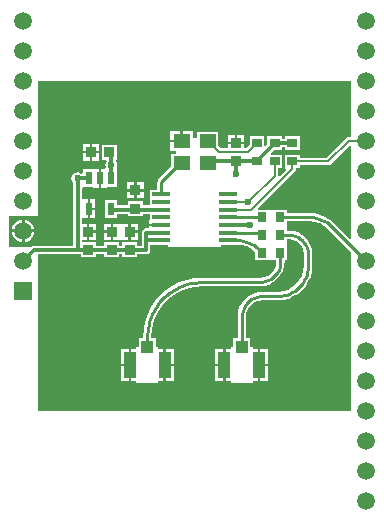
<source format=gtl>
G04*
G04 #@! TF.GenerationSoftware,Altium Limited,Altium Designer,20.1.8 (145)*
G04*
G04 Layer_Physical_Order=1*
G04 Layer_Color=255*
%FSLAX25Y25*%
%MOIN*%
G70*
G04*
G04 #@! TF.SameCoordinates,29470F38-3E2D-471E-A5C6-AA6385924B80*
G04*
G04*
G04 #@! TF.FilePolarity,Positive*
G04*
G01*
G75*
%ADD11C,0.00800*%
%ADD14R,0.03000X0.03200*%
%ADD15R,0.03200X0.03000*%
%ADD16R,0.03500X0.03400*%
%ADD17R,0.02362X0.04331*%
%ADD18R,0.03400X0.03500*%
%ADD19R,0.05512X0.04724*%
%ADD21R,0.04134X0.08661*%
%ADD22R,0.03937X0.04134*%
%ADD34C,0.01155*%
%ADD35R,0.06299X0.01378*%
%ADD36C,0.01200*%
%ADD37C,0.05906*%
%ADD38R,0.05906X0.05906*%
%ADD39C,0.02362*%
G36*
X115200Y127129D02*
X114506D01*
X114037Y127036D01*
X113640Y126771D01*
X107090Y120221D01*
X97994D01*
Y121297D01*
X93194D01*
Y116697D01*
X93314D01*
X93505Y116235D01*
X91385Y114116D01*
X91033Y114251D01*
X90912Y114349D01*
Y116697D01*
X92088D01*
Y121297D01*
X88637D01*
X88442Y121758D01*
X89448Y122797D01*
X92088D01*
Y123670D01*
X93194D01*
Y122797D01*
X97994D01*
Y127397D01*
X93194D01*
Y126525D01*
X92088D01*
Y127397D01*
X87288D01*
Y124670D01*
X86646Y124007D01*
X86183Y124195D01*
Y127397D01*
X81383D01*
Y124528D01*
X80276Y123421D01*
X79522D01*
Y124697D01*
X76772D01*
X74022D01*
Y123421D01*
X71813D01*
X70879Y124355D01*
Y128950D01*
X63767D01*
Y126969D01*
X62417D01*
Y129150D01*
X59061D01*
Y125787D01*
X58661D01*
Y125387D01*
X54905D01*
Y122425D01*
X56693D01*
Y121469D01*
X55106D01*
Y117131D01*
X50975Y113001D01*
X50671Y112545D01*
X50564Y112008D01*
Y109560D01*
X48019D01*
Y106582D01*
Y104380D01*
X45857D01*
Y105749D01*
X40757D01*
Y104380D01*
X37217D01*
Y106115D01*
X33255D01*
Y100184D01*
X37217D01*
Y101525D01*
X40757D01*
Y100749D01*
X45857D01*
Y101525D01*
X48019D01*
Y99524D01*
X47819D01*
Y98235D01*
X51968D01*
Y97435D01*
X47819D01*
Y96703D01*
X46800D01*
X46254Y96594D01*
X45791Y96285D01*
X45481Y95822D01*
X45373Y95276D01*
Y90897D01*
X43889D01*
Y91970D01*
X38789D01*
Y90897D01*
X37983D01*
Y91970D01*
X32883D01*
Y90897D01*
X30109D01*
Y91970D01*
X25427D01*
Y92870D01*
X27159D01*
Y95570D01*
Y98270D01*
X25427D01*
Y99545D01*
X25575Y99984D01*
X25927Y99984D01*
X27356D01*
Y103150D01*
Y106315D01*
X25575Y106315D01*
X25427Y106754D01*
Y110064D01*
X25775Y110421D01*
X29315D01*
Y110221D01*
X31096D01*
Y113386D01*
Y116551D01*
X29315D01*
Y116351D01*
X25775D01*
Y115152D01*
X25753Y115132D01*
X25275Y114931D01*
X24773Y115266D01*
X24000Y115420D01*
X23227Y115266D01*
X22572Y114828D01*
X22134Y114173D01*
X21980Y113400D01*
X22134Y112627D01*
X22572Y111972D01*
X22573Y111971D01*
Y90897D01*
X9470D01*
X9470Y90897D01*
X8923Y90789D01*
X8641Y90600D01*
X1200D01*
Y100800D01*
X10800Y100800D01*
X10800Y145905D01*
X115200Y145905D01*
Y127129D01*
D02*
G37*
G36*
Y124163D02*
Y93424D01*
X114738Y93232D01*
X109513Y98458D01*
X109518Y98464D01*
X108157Y99627D01*
X106630Y100563D01*
X104975Y101248D01*
X103234Y101666D01*
X101448Y101806D01*
Y101798D01*
X93933D01*
Y102794D01*
X84177D01*
X83986Y103256D01*
X96459Y115729D01*
X96724Y116126D01*
X96817Y116594D01*
Y116697D01*
X97994D01*
Y117774D01*
X107597D01*
X108065Y117867D01*
X108462Y118132D01*
X114700Y124370D01*
X115200Y124163D01*
D02*
G37*
G36*
X103129Y98842D02*
X104745Y98352D01*
X106234Y97556D01*
X107491Y96524D01*
X107526Y96472D01*
X115200Y88798D01*
Y35906D01*
X10800D01*
Y88042D01*
X25009D01*
Y86970D01*
X30109D01*
Y88042D01*
X32883D01*
Y86970D01*
X37983D01*
Y88042D01*
X38789D01*
Y86970D01*
X43889D01*
Y88042D01*
X46800D01*
X47346Y88151D01*
X47809Y88460D01*
X48119Y88923D01*
X48227Y89470D01*
Y91228D01*
X54142D01*
Y90344D01*
X71842D01*
Y91228D01*
X77965D01*
Y91228D01*
X77998Y91258D01*
X78937Y91165D01*
X80553Y90675D01*
X82042Y89879D01*
X83233Y88902D01*
Y86183D01*
X90228D01*
Y85727D01*
X90243Y85652D01*
X90062Y84276D01*
X89502Y82923D01*
X88611Y81762D01*
X87449Y80871D01*
X86097Y80311D01*
X84721Y80130D01*
X84646Y80145D01*
X65456D01*
Y80160D01*
X62894Y79992D01*
X60375Y79491D01*
X57944Y78665D01*
X55640Y77530D01*
X53505Y76103D01*
X51575Y74410D01*
X49881Y72479D01*
X48455Y70344D01*
X47319Y68041D01*
X46494Y65609D01*
X45992Y63090D01*
X45825Y60528D01*
X45825D01*
X45767Y60052D01*
X44476D01*
Y57087D01*
X43504D01*
Y56512D01*
X41837D01*
Y51181D01*
Y45850D01*
X43504D01*
Y45276D01*
X50984D01*
Y45850D01*
X52651D01*
Y51181D01*
Y56512D01*
X50984D01*
Y57087D01*
X50013D01*
Y60052D01*
X48649D01*
Y60528D01*
X48639Y60577D01*
X48779Y62723D01*
X49209Y64881D01*
X49916Y66965D01*
X50889Y68938D01*
X52112Y70768D01*
X53562Y72422D01*
X55216Y73873D01*
X57046Y75095D01*
X59019Y76068D01*
X61103Y76775D01*
X63261Y77205D01*
X65407Y77346D01*
X65456Y77336D01*
X84646D01*
Y77322D01*
X86285Y77484D01*
X87862Y77962D01*
X89315Y78739D01*
X90589Y79784D01*
X91634Y81058D01*
X92411Y82511D01*
X92889Y84087D01*
X93051Y85727D01*
X93051D01*
X93158Y86183D01*
X93933D01*
Y93084D01*
X94512D01*
X94569Y93095D01*
X95781Y92936D01*
X96963Y92446D01*
X97979Y91667D01*
X98758Y90651D01*
X99247Y89469D01*
X99407Y88257D01*
X99396Y88200D01*
Y84152D01*
X99408Y84090D01*
X99248Y82472D01*
X98758Y80856D01*
X97962Y79367D01*
X96891Y78061D01*
X95586Y76990D01*
X94096Y76194D01*
X92480Y75704D01*
X90862Y75545D01*
X90800Y75557D01*
X86232D01*
X85737Y75570D01*
X85733Y75570D01*
X85256Y75524D01*
X84092Y75409D01*
X82514Y74930D01*
X81060Y74153D01*
X79786Y73107D01*
X78740Y71832D01*
X77962Y70378D01*
X77484Y68800D01*
X77322Y67159D01*
X77336Y67157D01*
X77336Y67151D01*
Y63206D01*
X77336Y63205D01*
X77336Y63203D01*
X77336Y63199D01*
Y60052D01*
X75972D01*
Y57087D01*
X75000D01*
Y56512D01*
X73333D01*
Y51181D01*
Y45850D01*
X75000D01*
Y45276D01*
X82480D01*
Y45850D01*
X84147D01*
Y51181D01*
Y56512D01*
X82480D01*
Y57087D01*
X81509D01*
Y60052D01*
X80145D01*
Y63201D01*
X80144Y63203D01*
X80145Y63204D01*
X80145Y63209D01*
Y67153D01*
X80144Y67154D01*
X80145Y67155D01*
X80145Y67162D01*
X80130Y67236D01*
X80311Y68612D01*
X80872Y69966D01*
X81764Y71129D01*
X82926Y72021D01*
X84280Y72582D01*
X85659Y72763D01*
X85737Y72748D01*
X90800D01*
Y72740D01*
X92585Y72880D01*
X94327Y73298D01*
X95981Y73984D01*
X97508Y74919D01*
X98870Y76082D01*
X100033Y77444D01*
X100969Y78971D01*
X101654Y80626D01*
X102072Y82367D01*
X102213Y84152D01*
X102205D01*
Y88200D01*
X102215D01*
X102067Y89703D01*
X101628Y91148D01*
X100916Y92479D01*
X99958Y93647D01*
X98791Y94605D01*
X97460Y95316D01*
X96014Y95755D01*
X94512Y95903D01*
Y95893D01*
X93933D01*
Y98989D01*
X101448D01*
X101511Y99002D01*
X103129Y98842D01*
D02*
G37*
%LPC*%
G36*
X58261Y129150D02*
X54905D01*
Y126187D01*
X58261D01*
Y129150D01*
D02*
G37*
G36*
X79522Y127797D02*
X77172D01*
Y125497D01*
X79522D01*
Y127797D01*
D02*
G37*
G36*
X76372D02*
X74022D01*
Y125497D01*
X76372D01*
Y127797D01*
D02*
G37*
G36*
X31146Y124797D02*
X28846D01*
Y122447D01*
X31146D01*
Y124797D01*
D02*
G37*
G36*
X28046D02*
X25746D01*
Y122447D01*
X28046D01*
Y124797D01*
D02*
G37*
G36*
X31146Y121647D02*
X28846D01*
Y119297D01*
X31146D01*
Y121647D01*
D02*
G37*
G36*
X28046D02*
X25746D01*
Y119297D01*
X28046D01*
Y121647D01*
D02*
G37*
G36*
X37046Y124597D02*
X32046D01*
Y119497D01*
X33488D01*
X33517Y119465D01*
X33709Y118997D01*
X33370Y118490D01*
X33216Y117717D01*
X33349Y117051D01*
X33077Y116551D01*
X31896D01*
Y113386D01*
Y110221D01*
X33677D01*
Y110421D01*
X37217D01*
Y116351D01*
X37217D01*
X36990Y116776D01*
X37102Y116944D01*
X37256Y117717D01*
X37102Y118490D01*
X36763Y118997D01*
X36955Y119465D01*
X36985Y119497D01*
X37046D01*
Y124597D01*
D02*
G37*
G36*
X46057Y112049D02*
X43707D01*
Y109749D01*
X46057D01*
Y112049D01*
D02*
G37*
G36*
X42907D02*
X40557D01*
Y109749D01*
X42907D01*
Y112049D01*
D02*
G37*
G36*
X46057Y108949D02*
X43707D01*
Y106649D01*
X46057D01*
Y108949D01*
D02*
G37*
G36*
X42907D02*
X40557D01*
Y106649D01*
X42907D01*
Y108949D01*
D02*
G37*
G36*
X28156Y106315D02*
Y103550D01*
X29937D01*
Y106315D01*
X28156D01*
D02*
G37*
G36*
X29937Y102750D02*
X28156D01*
Y99984D01*
X29937D01*
Y102750D01*
D02*
G37*
G36*
X6406Y99625D02*
Y96406D01*
X9625D01*
X9562Y96885D01*
X9183Y97798D01*
X8582Y98582D01*
X7798Y99183D01*
X6885Y99562D01*
X6406Y99625D01*
D02*
G37*
G36*
X5406D02*
X4926Y99562D01*
X4013Y99183D01*
X3229Y98582D01*
X2627Y97798D01*
X2249Y96885D01*
X2186Y96406D01*
X5406D01*
Y99625D01*
D02*
G37*
G36*
X35033Y98270D02*
X32683D01*
Y95970D01*
X35033D01*
Y98270D01*
D02*
G37*
G36*
X41739D02*
Y95970D01*
X44089D01*
Y98270D01*
X41739D01*
D02*
G37*
G36*
X30309D02*
X27959D01*
Y95970D01*
X30309D01*
Y98270D01*
D02*
G37*
G36*
X44089Y95170D02*
X41739D01*
Y92870D01*
X44089D01*
Y95170D01*
D02*
G37*
G36*
X30309D02*
X27959D01*
Y92870D01*
X30309D01*
Y95170D01*
D02*
G37*
G36*
X35033Y95170D02*
X32683D01*
Y92870D01*
X35033D01*
Y95170D01*
D02*
G37*
G36*
X38589Y98270D02*
X38183D01*
X38089Y98270D01*
X35833D01*
Y95570D01*
Y92870D01*
X38089D01*
X38183Y92870D01*
X38589D01*
X38683Y92870D01*
X40939D01*
Y95570D01*
Y98270D01*
X38683D01*
X38589Y98270D01*
D02*
G37*
G36*
X5406Y95406D02*
X2186D01*
X2249Y94926D01*
X2627Y94013D01*
X3229Y93229D01*
X4013Y92628D01*
X4926Y92249D01*
X5406Y92186D01*
Y95406D01*
D02*
G37*
G36*
X9625D02*
X6406D01*
Y92186D01*
X6885Y92249D01*
X7798Y92628D01*
X8582Y93229D01*
X9183Y94013D01*
X9562Y94926D01*
X9625Y95406D01*
D02*
G37*
G36*
X56118Y56512D02*
X53451D01*
Y51581D01*
X56118D01*
Y56512D01*
D02*
G37*
G36*
X87614D02*
X84947D01*
Y51581D01*
X87614D01*
Y56512D01*
D02*
G37*
G36*
X41037D02*
X38370D01*
Y51581D01*
X41037D01*
Y56512D01*
D02*
G37*
G36*
X72533D02*
X69866D01*
Y51581D01*
X72533D01*
Y56512D01*
D02*
G37*
G36*
X87614Y50781D02*
X84947D01*
Y45850D01*
X87614D01*
Y50781D01*
D02*
G37*
G36*
X72533D02*
X69866D01*
Y45850D01*
X72533D01*
Y50781D01*
D02*
G37*
G36*
X56118D02*
X53451D01*
Y45850D01*
X56118D01*
Y50781D01*
D02*
G37*
G36*
X41037D02*
X38370D01*
Y45850D01*
X41037D01*
Y50781D01*
D02*
G37*
%LPD*%
D11*
X83683Y125097D02*
X83783D01*
X80783Y122197D02*
X83683Y125097D01*
X71307Y122197D02*
X80783D01*
X95594Y118997D02*
X107597D01*
X114506Y125906D01*
X89688Y114297D02*
Y118997D01*
X80903Y105512D02*
X89688Y114297D01*
X95594Y116594D02*
Y118997D01*
X81953Y102953D02*
X95594Y116594D01*
X74016Y102953D02*
X81953D01*
X74016Y105512D02*
X80903D01*
X114506Y125906D02*
X120079D01*
X67716Y125787D02*
X71307Y122197D01*
X67323Y125787D02*
X67716D01*
D14*
X85533Y100394D02*
D03*
X91633D02*
D03*
Y94488D02*
D03*
X85533D02*
D03*
Y88583D02*
D03*
X91633D02*
D03*
D15*
X83783Y118997D02*
D03*
Y125097D02*
D03*
X89688D02*
D03*
Y118997D02*
D03*
X95594Y125097D02*
D03*
Y118997D02*
D03*
D16*
X43307Y109349D02*
D03*
Y103249D02*
D03*
X41339Y95570D02*
D03*
Y89470D02*
D03*
X35433Y95570D02*
D03*
Y89470D02*
D03*
X27559Y95570D02*
D03*
Y89470D02*
D03*
X76772Y125097D02*
D03*
Y118997D02*
D03*
D17*
X35236Y103150D02*
D03*
X27756D02*
D03*
Y113386D02*
D03*
X31496D02*
D03*
X35236D02*
D03*
D18*
X28446Y122047D02*
D03*
X34546D02*
D03*
D19*
X67323Y125787D02*
D03*
X58661D02*
D03*
X67323Y118307D02*
D03*
X58661D02*
D03*
D21*
X84547Y51181D02*
D03*
X72933D02*
D03*
X53051D02*
D03*
X41437D02*
D03*
D22*
X78740Y57185D02*
D03*
X47244D02*
D03*
D34*
X100800Y88200D02*
X100723Y89184D01*
X100492Y90143D01*
X100115Y91055D01*
X99599Y91896D01*
X98958Y92646D01*
X98208Y93287D01*
X97367Y93803D01*
X96455Y94180D01*
X95495Y94411D01*
X94512Y94488D01*
X85737Y74152D02*
X84741Y74082D01*
X83766Y73870D01*
X82830Y73522D01*
X81954Y73044D01*
X81155Y72446D01*
X80449Y71740D01*
X79851Y70941D01*
X79373Y70065D01*
X79024Y69130D01*
X78811Y68155D01*
X78740Y67159D01*
X90800Y74152D02*
X91780Y74201D01*
X92751Y74345D01*
X93703Y74583D01*
X94627Y74914D01*
X95514Y75333D01*
X96356Y75838D01*
X97144Y76422D01*
X97871Y77081D01*
X98530Y77808D01*
X99115Y78597D01*
X99619Y79438D01*
X100039Y80326D01*
X100369Y81250D01*
X100608Y82201D01*
X100752Y83172D01*
X100800Y84152D01*
X84646Y78740D02*
X85640Y78811D01*
X86614Y79023D01*
X87548Y79372D01*
X88423Y79849D01*
X89221Y80447D01*
X89926Y81152D01*
X90523Y81950D01*
X91001Y82825D01*
X91350Y83759D01*
X91562Y84733D01*
X91633Y85727D01*
X84328Y89788D02*
X83601Y90447D01*
X82812Y91031D01*
X81971Y91536D01*
X81084Y91955D01*
X80159Y92286D01*
X79208Y92524D01*
X78237Y92668D01*
X77257Y92716D01*
X65456Y78740D02*
X64470Y78714D01*
X63487Y78633D01*
X62510Y78500D01*
X61541Y78314D01*
X60584Y78076D01*
X59641Y77787D01*
X58715Y77447D01*
X57809Y77057D01*
X56925Y76619D01*
X56067Y76133D01*
X55236Y75602D01*
X54435Y75027D01*
X53666Y74409D01*
X52932Y73750D01*
X52234Y73053D01*
X51576Y72318D01*
X50958Y71549D01*
X50382Y70748D01*
X49851Y69917D01*
X49366Y69059D01*
X48927Y68175D01*
X48538Y67269D01*
X48197Y66343D01*
X47908Y65400D01*
X47670Y64443D01*
X47484Y63474D01*
X47351Y62497D01*
X47271Y61514D01*
X47244Y60528D01*
X108519Y97465D02*
X107792Y98124D01*
X107004Y98708D01*
X106162Y99213D01*
X105275Y99633D01*
X104351Y99963D01*
X103399Y100201D01*
X102429Y100346D01*
X101448Y100394D01*
X58268Y118307D02*
X58661D01*
X51968Y108071D02*
Y112008D01*
X58268Y118307D01*
X100800Y84152D02*
Y88200D01*
X85737Y74152D02*
X90800D01*
X91633Y85727D02*
Y88583D01*
Y94488D02*
X94512D01*
X78740Y63206D02*
Y67153D01*
X78740Y67159D02*
X78740Y67153D01*
X78740Y57185D02*
Y63201D01*
X78740Y63206D02*
X78740Y63201D01*
X84328Y89788D02*
X85533Y88583D01*
X74016Y92716D02*
X77257D01*
X74016Y95276D02*
X74127Y95164D01*
X84857D01*
X85533Y94488D01*
X47244Y57185D02*
Y60528D01*
X65456Y78740D02*
X84646D01*
X108519Y97465D02*
X120079Y85905D01*
X91633Y100394D02*
X101448D01*
X74016D02*
X85533D01*
D35*
X51968Y108071D02*
D03*
Y105512D02*
D03*
Y102953D02*
D03*
Y100394D02*
D03*
Y97835D02*
D03*
Y95276D02*
D03*
Y92716D02*
D03*
X74016Y92716D02*
D03*
Y95276D02*
D03*
Y97835D02*
D03*
Y100394D02*
D03*
Y102953D02*
D03*
Y105512D02*
D03*
Y108071D02*
D03*
D36*
Y97835D02*
X81600D01*
Y97800D02*
Y97835D01*
X83783Y118997D02*
X89688Y125097D01*
X95594D01*
X76772Y118997D02*
X83783D01*
X9470Y89470D02*
X24000D01*
X27559D01*
X24000D02*
Y113400D01*
X35236Y117717D02*
Y122047D01*
X27742Y113400D02*
X27756Y113386D01*
X24000Y113400D02*
X27742D01*
X35236Y113386D02*
Y117717D01*
X76772Y114945D02*
Y118997D01*
X68013D02*
X76772D01*
X5906Y85905D02*
X9470Y89470D01*
X41339D02*
X46800D01*
Y92716D02*
Y95276D01*
Y89470D02*
Y92716D01*
X51968D01*
X46800Y95276D02*
X51968D01*
X34546Y122047D02*
X35236D01*
X35433Y89470D02*
X41339D01*
X27559D02*
X35433D01*
X35433Y102953D02*
X51968D01*
X35236Y103150D02*
X35433Y102953D01*
D37*
X5906Y95906D02*
D03*
Y165905D02*
D03*
Y155905D02*
D03*
Y145905D02*
D03*
Y135906D02*
D03*
Y125906D02*
D03*
Y115905D02*
D03*
Y105905D02*
D03*
Y85905D02*
D03*
X120079Y165905D02*
D03*
Y5906D02*
D03*
Y15905D02*
D03*
Y25905D02*
D03*
Y35906D02*
D03*
Y45906D02*
D03*
Y55905D02*
D03*
Y65905D02*
D03*
Y75906D02*
D03*
Y85905D02*
D03*
Y95906D02*
D03*
Y105905D02*
D03*
Y115905D02*
D03*
Y125906D02*
D03*
Y135906D02*
D03*
Y145905D02*
D03*
Y155905D02*
D03*
D38*
X5906Y75906D02*
D03*
D39*
X81600Y97800D02*
D03*
X99600Y60052D02*
D03*
X36600Y78600D02*
D03*
X33216Y108071D02*
D03*
X31496Y95570D02*
D03*
X24000Y122047D02*
D03*
Y113400D02*
D03*
X35236Y117717D02*
D03*
X40200Y114000D02*
D03*
X76772Y114945D02*
D03*
X80903Y105512D02*
D03*
X92400Y78000D02*
D03*
X96600Y88200D02*
D03*
Y71400D02*
D03*
X106200Y102600D02*
D03*
X47400Y111000D02*
D03*
X58200Y81000D02*
D03*
X16800Y96000D02*
D03*
X84000Y42600D02*
D03*
X73200D02*
D03*
X53400D02*
D03*
X41400D02*
D03*
X67200Y49800D02*
D03*
X58800Y52800D02*
D03*
X90000Y50400D02*
D03*
X35400Y49200D02*
D03*
X25200Y63600D02*
D03*
X105600Y48000D02*
D03*
X107400Y135000D02*
D03*
X73800Y59400D02*
D03*
X41400D02*
D03*
X51600Y62400D02*
D03*
X46200Y99600D02*
D03*
X79200Y88200D02*
D03*
X113400Y97200D02*
D03*
X111600Y89400D02*
D03*
X104400Y96000D02*
D03*
X96000Y97200D02*
D03*
X104400Y81600D02*
D03*
X84000Y70200D02*
D03*
X78000Y75000D02*
D03*
X75000Y67800D02*
D03*
X82800Y62400D02*
D03*
X69000Y75600D02*
D03*
X57000Y72000D02*
D03*
X46800Y72600D02*
D03*
X73200Y82200D02*
D03*
X87000Y83400D02*
D03*
X74400Y129600D02*
D03*
X80400D02*
D03*
X77400D02*
D03*
X53400Y124200D02*
D03*
Y127200D02*
D03*
M02*

</source>
